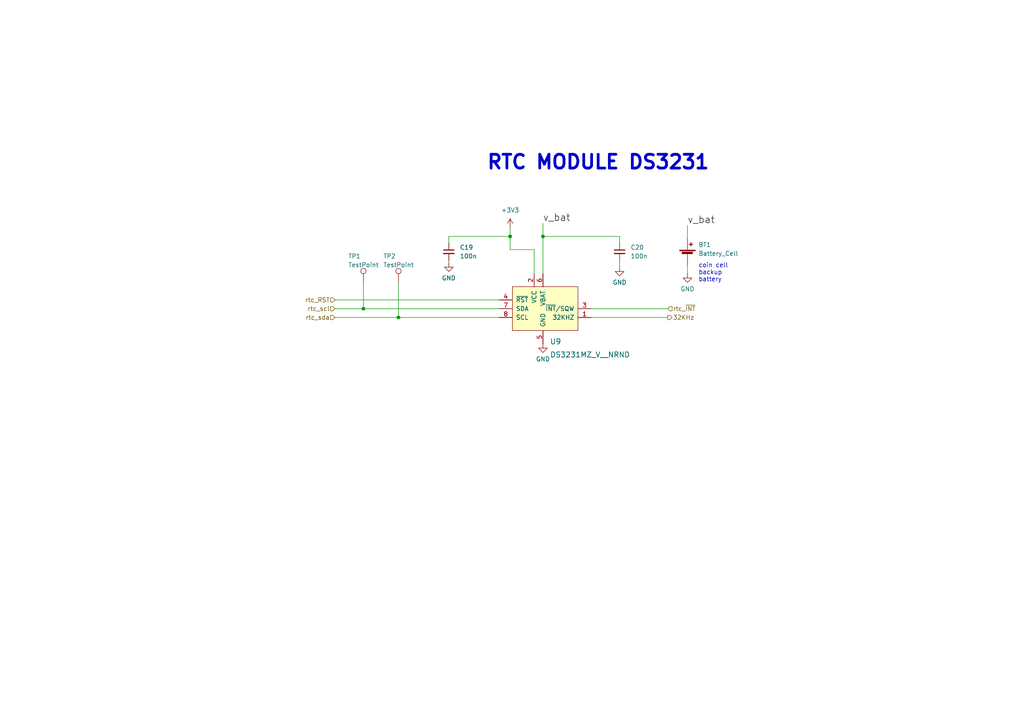
<source format=kicad_sch>
(kicad_sch (version 20230121) (generator eeschema)
  (paper "A4")
  (title_block (title "ELIESTAR") (date "2023-06-20") (rev "2.0") (company "GEVITON") (comment 2 "Reviewed By: Timoty Kyalo") (comment 3 "Designed By: Robert Mutura") (comment 4 "ELIESTAR"))
  (lib_symbols
    (symbol "Connector:TestPoint" (pin_numbers hide) (pin_names (offset 0.762) hide)
      (property "Reference" "TP" (at 0 6.858 0))
      (property "Value" "TestPoint" (at 0 5.08 0))
      (symbol "TestPoint_0_1"
        (circle (center 0 3.302) (radius 0.762))
      )
      (symbol "TestPoint_1_1"
        (pin passive line (at 0 0 90) (length 2.54) (name "1") (number "1"))
      )
    )
    (symbol "Device:Battery_Cell" (pin_numbers hide) (pin_names (offset 0) hide)
      (property "Reference" "BT" (at 2.54 2.54 0))
      (property "Value" "Battery_Cell" (at 2.54 0 0))
      (symbol "Battery_Cell_0_1"
        (rectangle (start -2.286 1.778) (end 2.286 1.524) (fill (type outline)))
        (rectangle (start -1.5748 1.1938) (end 1.4732 0.6858) (fill (type outline)))
        (polyline (pts (xy 0 0.762) (xy 0 0)))
        (polyline (pts (xy 0 1.778) (xy 0 2.54)))
        (polyline (pts (xy 0.508 3.429) (xy 1.524 3.429)) (stroke (width 0.254)))
        (polyline (pts (xy 1.016 3.937) (xy 1.016 2.921)) (stroke (width 0.254)))
      )
      (symbol "Battery_Cell_1_1"
        (pin passive line (at 0 5.08 270) (length 2.54) (name "+") (number "1"))
        (pin passive line (at 0 -2.54 90) (length 2.54) (name "-") (number "2"))
      )
    )
    (symbol "Device:C_Small" (pin_numbers hide) (pin_names (offset 0.254) hide)
      (property "Reference" "C" (at 0.254 1.778 0))
      (property "Value" "C_Small" (at 0.254 -2.032 0))
      (symbol "C_Small_0_1"
        (polyline (pts (xy -1.524 -0.508) (xy 1.524 -0.508)) (stroke (width 0.3302)))
        (polyline (pts (xy -1.524 0.508) (xy 1.524 0.508)) (stroke (width 0.3048)))
      )
      (symbol "C_Small_1_1"
        (pin passive line (at 0 2.54 270) (length 2.032) (name "~") (number "1"))
        (pin passive line (at 0 -2.54 90) (length 2.032) (name "~") (number "2"))
      )
    )
    (symbol "dk_Clock-Timing-Real-Time-Clocks:DS3231MZ_V__NRND" (pin_names (offset 1.016))
      (property "Reference" "U" (at -8.89 7.62 0))
      (property "Value" "DS3231MZ_V__NRND" (at 1.27 -7.62 0))
      (symbol "DS3231MZ_V__NRND_0_1"
        (rectangle (start -8.89 6.35) (end 10.16 -6.35) (fill (type background)))
      )
      (symbol "DS3231MZ_V__NRND_1_1"
        (pin output line (at 13.97 -2.54 180) (length 3.81) (name "32KHZ") (number "1"))
        (pin power_in line (at -2.54 10.16 270) (length 3.81) (name "VCC") (number "2"))
        (pin output line (at 13.97 0 180) (length 3.81) (name "~{INT}/SQW") (number "3"))
        (pin input line (at -12.7 2.54 0) (length 3.81) (name "~{RST}") (number "4"))
        (pin power_in line (at 0 -10.16 90) (length 3.81) (name "GND") (number "5"))
        (pin power_in line (at 0 10.16 270) (length 3.81) (name "VBAT") (number "6"))
        (pin bidirectional line (at -12.7 0 0) (length 3.81) (name "SDA") (number "7"))
        (pin input line (at -12.7 -2.54 0) (length 3.81) (name "SCL") (number "8"))
      )
    )
    (symbol "power:+3V3" (power) (pin_names (offset 0))
      (property "Value" "+3V3" (at 0 3.556 0))
      (symbol "+3V3_0_1"
        (polyline (pts (xy -0.762 1.27) (xy 0 2.54)))
        (polyline (pts (xy 0 0) (xy 0 2.54)))
        (polyline (pts (xy 0 2.54) (xy 0.762 1.27)))
      )
      (symbol "+3V3_1_1"
        (pin power_in line (at 0 0 90) (length 0) hide (name "+3V3") (number "1"))
      )
    )
    (symbol "power:GND" (power) (pin_names (offset 0))
      (property "Value" "GND" (at 0 -3.81 0))
      (symbol "GND_0_1"
        (polyline (pts (xy 0 0) (xy 0 -1.27) (xy 1.27 -1.27) (xy 0 -2.54) (xy -1.27 -1.27) (xy 0 -1.27)))
      )
      (symbol "GND_1_1"
        (pin power_in line (at 0 0 270) (length 0) hide (name "GND") (number "1"))
      )
    )
  )
  (junction (at 157.48 68.58))
  (junction (at 147.955 68.58))
  (junction (at 115.57 92.075))
  (junction (at 105.41 89.535))
  (wire (pts (xy 147.955 66.04) (xy 147.955 68.58)))
  (wire (pts (xy 105.41 89.535) (xy 144.78 89.535)))
  (wire (pts (xy 154.94 79.375) (xy 154.94 72.39)))
  (wire (pts (xy 199.39 76.835) (xy 199.39 79.375)))
  (wire (pts (xy 97.155 92.075) (xy 115.57 92.075)))
  (wire (pts (xy 115.57 92.075) (xy 144.78 92.075)))
  (wire (pts (xy 130.175 68.58) (xy 147.955 68.58)))
  (wire (pts (xy 130.175 70.485) (xy 130.175 68.58)))
  (wire (pts (xy 157.48 68.58) (xy 179.705 68.58)))
  (wire (pts (xy 147.955 68.58) (xy 147.955 72.39)))
  (wire (pts (xy 171.45 92.075) (xy 193.675 92.075)))
  (wire (pts (xy 105.41 81.915) (xy 105.41 89.535)))
  (wire (pts (xy 130.175 76.2) (xy 130.175 75.565)))
  (wire (pts (xy 97.155 86.995) (xy 144.78 86.995)))
  (wire (pts (xy 179.705 77.47) (xy 179.705 75.565)))
  (wire (pts (xy 147.955 72.39) (xy 154.94 72.39)))
  (wire (pts (xy 115.57 81.915) (xy 115.57 92.075)))
  (wire (pts (xy 179.705 70.485) (xy 179.705 68.58)))
  (wire (pts (xy 171.45 89.535) (xy 193.675 89.535)))
  (wire (pts (xy 157.48 68.58) (xy 157.48 79.375)))
  (wire (pts (xy 199.39 65.405) (xy 199.39 69.215)))
  (wire (pts (xy 157.48 64.77) (xy 157.48 68.58)))
  (wire (pts (xy 97.155 89.535) (xy 105.41 89.535)))
  (text "RTC MODULE DS3231" (at 140.97 49.53 0) (effects (font (size 4 4) bold) (justify left bottom)))
  (text "coin cell \nbackup\nbattery" (at 202.565 81.915 0) (effects (font (size 1.27 1.27)) (justify left bottom)))
  (label "v_bat" (at 157.48 64.77 0) (effects (font (size 2 2))))
  (label "v_bat" (at 199.39 65.405 0) (effects (font (size 2 2))))
  (hierarchical_label "rtc_sda" (shape input) (at 97.155 92.075 180))
  (hierarchical_label "rtc_scl" (shape input) (at 97.155 89.535 180))
  (hierarchical_label "rtc_~{INT}" (shape input) (at 193.675 89.535 0))
  (hierarchical_label "32KHz" (shape output) (at 193.675 92.075 0))
  (hierarchical_label "rtc_RST" (shape input) (at 97.155 86.995 180))
  (symbol (lib_id "Connector:TestPoint") (at 115.57 81.915 0) (unit 1)
    (property "Reference" "TP2" (at 111.125 74.295 0) (effects (justify left)))
    (property "Value" "TestPoint" (at 111.125 76.835 0) (effects (justify left)))
    (property "Footprint" "brilliant-kicad-library:TestPoint_Pad_D0.9mm" (effects hide))
  )
  (symbol (lib_id "power:GND") (at 130.175 76.2 0) (unit 1)
    (property "Reference" "#PWR053" (effects hide))
    (property "Value" "GND" (at 130.175 80.645 0))
  )
  (symbol (lib_id "power:GND") (at 179.705 77.47 0) (unit 1)
    (property "Reference" "#PWR064" (effects hide))
    (property "Value" "GND" (at 179.705 81.915 0))
  )
  (symbol (lib_id "Device:Battery_Cell") (at 199.39 74.295 0) (unit 1)
    (property "Reference" "BT1" (at 202.565 70.9929 0) (effects (justify left)))
    (property "Value" "Battery_Cell" (at 202.565 73.5329 0) (effects (justify left)))
    (property "Footprint" "greencharge-footprints:BATHLD001" (effects hide))
  )
  (symbol (lib_id "power:GND") (at 199.39 79.375 0) (unit 1)
    (property "Reference" "#PWR065" (effects hide))
    (property "Value" "GND" (at 199.39 83.82 0))
  )
  (symbol (lib_id "Device:C_Small") (at 130.175 73.025 0) (unit 1)
    (property "Reference" "C19" (at 133.35 71.7612 0) (effects (justify left)))
    (property "Value" "100n" (at 133.35 74.3012 0) (effects (justify left)))
    (property "Footprint" "Capacitor_SMD:C_0603_1608Metric" (effects hide))
  )
  (symbol (lib_id "Connector:TestPoint") (at 105.41 81.915 0) (unit 1)
    (property "Reference" "TP1" (at 100.965 74.295 0) (effects (justify left)))
    (property "Value" "TestPoint" (at 100.965 76.835 0) (effects (justify left)))
    (property "Footprint" "brilliant-kicad-library:TestPoint_Pad_D0.9mm" (effects hide))
  )
  (symbol (lib_id "power:+3V3") (at 147.955 66.04 0) (unit 1)
    (property "Reference" "#PWR062" (effects hide))
    (property "Value" "+3V3" (at 147.955 60.96 0))
  )
  (symbol (lib_id "Device:C_Small") (at 179.705 73.025 0) (unit 1)
    (property "Reference" "C20" (at 182.88 71.7612 0) (effects (justify left)))
    (property "Value" "100n" (at 182.88 74.3012 0) (effects (justify left)))
    (property "Footprint" "Capacitor_SMD:C_0603_1608Metric" (effects hide))
  )
  (symbol (lib_id "power:GND") (at 157.48 99.695 0) (unit 1)
    (property "Reference" "#PWR063" (effects hide))
    (property "Value" "GND" (at 157.48 104.14 0))
  )
  (symbol (lib_id "dk_Clock-Timing-Real-Time-Clocks:DS3231MZ_V__NRND") (at 157.48 89.535 0) (unit 1)
    (property "Reference" "U9" (at 159.4994 99.06 0) (effects (font (size 1.524 1.524)) (justify left)))
    (property "Value" "DS3231MZ_V__NRND" (at 159.4994 102.87 0) (effects (font (size 1.524 1.524)) (justify left)))
    (property "Footprint" "digikey-footprints:SOIC-8_W3.9mm" (effects hide))
    (property "Datasheet" "https://datasheets.maximintegrated.com/en/ds/DS3231M.pdf" (effects hide))
    (property "Digi-Key_PN" "DS3231MZ/V+-ND" (effects hide))
    (property "MPN" "DS3231MZ/V+" (effects hide))
    (property "Category" "Integrated Circuits (ICs)" (effects hide))
    (property "Family" "Clock/Timing - Real Time Clocks" (effects hide))
    (property "DK_Datasheet_Link" "https://datasheets.maximintegrated.com/en/ds/DS3231M.pdf" (effects hide))
    (property "DK_Detail_Page" "/product-detail/en/maxim-integrated/DS3231MZ-V-/DS3231MZ-V--ND/3133910" (effects hide))
    (property "Description" "IC RTC CLK/CALENDAR I2C 8-SOIC" (effects hide))
    (property "Manufacturer" "Maxim Integrated" (effects hide))
    (property "Status" "Not For New Designs" (effects hide))
  )
)
</source>
